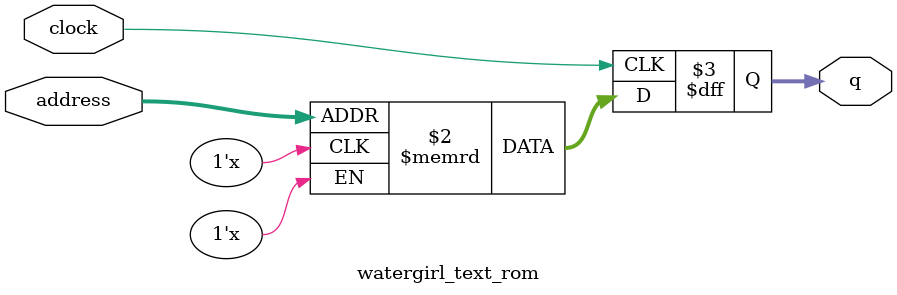
<source format=sv>
module watergirl_text_rom (
	input logic clock,
	input logic [12:0] address,
	output logic [3:0] q
);

logic [3:0] memory [0:7944] /* synthesis ram_init_file = "./watergirl_text/watergirl_text.COE" */;

always_ff @ (posedge clock) begin
	q <= memory[address];
end

endmodule

</source>
